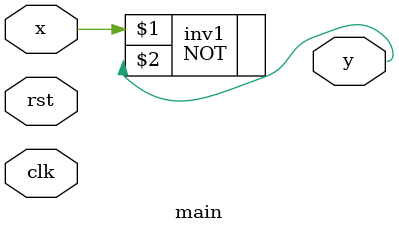
<source format=v>
module main(clk, rst, x, y);

	input clk, rst, x;

	output y;

	NOT inv1(x, y);

endmodule
</source>
